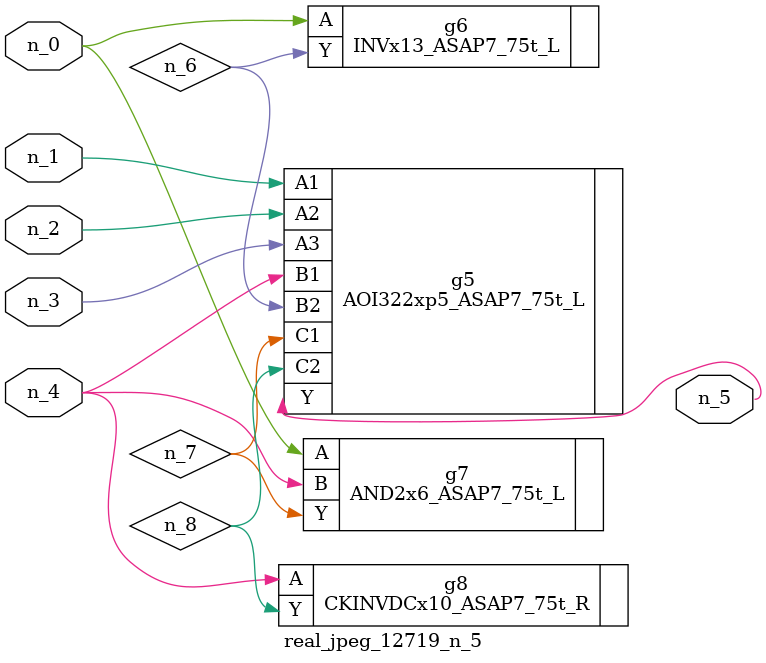
<source format=v>
module real_jpeg_12719_n_5 (n_4, n_0, n_1, n_2, n_3, n_5);

input n_4;
input n_0;
input n_1;
input n_2;
input n_3;

output n_5;

wire n_8;
wire n_6;
wire n_7;

INVx13_ASAP7_75t_L g6 ( 
.A(n_0),
.Y(n_6)
);

AND2x6_ASAP7_75t_L g7 ( 
.A(n_0),
.B(n_4),
.Y(n_7)
);

AOI322xp5_ASAP7_75t_L g5 ( 
.A1(n_1),
.A2(n_2),
.A3(n_3),
.B1(n_4),
.B2(n_6),
.C1(n_7),
.C2(n_8),
.Y(n_5)
);

CKINVDCx10_ASAP7_75t_R g8 ( 
.A(n_4),
.Y(n_8)
);


endmodule
</source>
